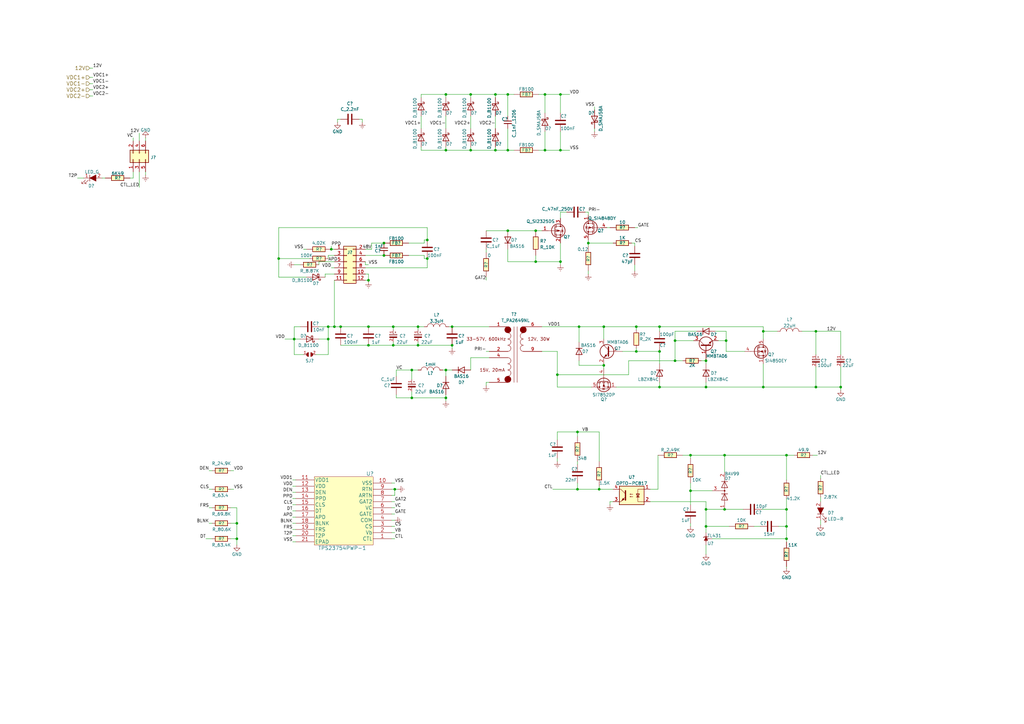
<source format=kicad_sch>
(kicad_sch (version 20211123) (generator eeschema)
  (paper "A3")
  (junction (at 229.87 61.595))
  (junction (at 229.87 107.315))
  (junction (at 236.855 177.165))
  (junction (at 322.58 220.98))
  (junction (at 229.87 38.735))
  (junction (at 260.985 144.145))
  (junction (at 193.04 38.735))
  (junction (at 260.985 133.985))
  (junction (at 322.58 186.69))
  (junction (at 97.155 220.98))
  (junction (at 297.18 208.915))
  (junction (at 193.04 61.595))
  (junction (at 157.48 99.695))
  (junction (at 334.645 135.89))
  (junction (at 120.65 139.065))
  (junction (at 247.65 149.86))
  (junction (at 203.2 38.735))
  (junction (at 161.925 200.66))
  (junction (at 270.51 133.985))
  (junction (at 270.51 144.145))
  (junction (at 182.88 61.595))
  (junction (at 137.16 133.985))
  (junction (at 322.58 208.915))
  (junction (at 157.48 104.775))
  (junction (at 245.745 200.66))
  (junction (at 151.13 141.605))
  (junction (at 161.29 133.985))
  (junction (at 297.815 139.7))
  (junction (at 289.56 215.9))
  (junction (at 241.3 99.695))
  (junction (at 168.91 151.765))
  (junction (at 219.71 107.315))
  (junction (at 182.88 151.765))
  (junction (at 182.88 163.195))
  (junction (at 276.86 147.955))
  (junction (at 134.62 139.065))
  (junction (at 168.91 163.195))
  (junction (at 289.56 147.955))
  (junction (at 289.56 158.75))
  (junction (at 223.52 38.735))
  (junction (at 182.88 38.735))
  (junction (at 322.58 215.9))
  (junction (at 185.42 133.985))
  (junction (at 208.28 94.615))
  (junction (at 151.13 133.985))
  (junction (at 161.29 141.605))
  (junction (at 313.055 135.89))
  (junction (at 276.86 139.7))
  (junction (at 344.805 158.75))
  (junction (at 134.62 133.985))
  (junction (at 185.42 141.605))
  (junction (at 114.3 106.045))
  (junction (at 236.855 200.66))
  (junction (at 283.21 201.295))
  (junction (at 334.645 158.75))
  (junction (at 171.45 141.605))
  (junction (at 283.21 186.69))
  (junction (at 175.26 98.425))
  (junction (at 228.6 153.67))
  (junction (at 223.52 61.595))
  (junction (at 270.51 158.75))
  (junction (at 151.13 114.935))
  (junction (at 97.155 214.63))
  (junction (at 313.055 158.75))
  (junction (at 219.71 94.615))
  (junction (at 247.65 133.985))
  (junction (at 171.45 133.985))
  (junction (at 175.26 106.045))
  (junction (at 139.7 133.985))
  (junction (at 237.49 133.985))
  (junction (at 208.28 38.735))
  (junction (at 135.89 102.235))
  (junction (at 289.56 208.915))
  (junction (at 203.2 61.595))
  (junction (at 297.18 186.69))
  (junction (at 208.28 61.595))
  (wire (pts (xy 149.86 102.235) (xy 152.4 102.235)))
  (wire (pts (xy 138.43 50.165) (xy 138.43 48.895)))
  (wire (pts (xy 149.86 109.855) (xy 175.26 109.855)))
  (wire (pts (xy 297.815 139.7) (xy 294.64 139.7)))
  (wire (pts (xy 245.745 177.165) (xy 236.855 177.165)))
  (wire (pts (xy 38.1 39.37) (xy 36.83 39.37)))
  (wire (pts (xy 297.18 186.69) (xy 322.58 186.69)))
  (wire (pts (xy 251.46 99.695) (xy 241.3 99.695)))
  (wire (pts (xy 185.42 141.605) (xy 185.42 142.875)))
  (wire (pts (xy 172.72 47.625) (xy 172.72 52.705)))
  (wire (pts (xy 120.65 139.065) (xy 120.65 145.415)))
  (wire (pts (xy 149.86 104.775) (xy 157.48 104.775)))
  (wire (pts (xy 228.6 180.34) (xy 228.6 177.165)))
  (wire (pts (xy 149.86 108.585) (xy 151.13 108.585)))
  (wire (pts (xy 54.61 73.025) (xy 53.34 73.025)))
  (wire (pts (xy 223.52 61.595) (xy 229.87 61.595)))
  (wire (pts (xy 245.745 189.23) (xy 245.745 177.165)))
  (wire (pts (xy 184.15 133.985) (xy 185.42 133.985)))
  (wire (pts (xy 292.1 220.98) (xy 322.58 220.98)))
  (wire (pts (xy 229.87 53.975) (xy 229.87 61.595)))
  (wire (pts (xy 208.28 52.705) (xy 208.28 61.595)))
  (wire (pts (xy 97.155 214.63) (xy 97.155 220.98)))
  (wire (pts (xy 260.35 99.695) (xy 259.08 99.695)))
  (wire (pts (xy 289.56 156.845) (xy 289.56 158.75)))
  (wire (pts (xy 229.87 89.535) (xy 229.87 86.995)))
  (wire (pts (xy 223.52 38.735) (xy 229.87 38.735)))
  (wire (pts (xy 86.995 193.04) (xy 85.725 193.04)))
  (wire (pts (xy 344.805 150.495) (xy 344.805 158.75)))
  (wire (pts (xy 172.72 38.735) (xy 182.88 38.735)))
  (wire (pts (xy 135.89 102.235) (xy 137.16 102.235)))
  (wire (pts (xy 135.89 100.965) (xy 135.89 102.235)))
  (wire (pts (xy 160.655 213.36) (xy 161.925 213.36)))
  (wire (pts (xy 152.4 99.695) (xy 152.4 102.235)))
  (wire (pts (xy 257.81 147.955) (xy 257.81 153.67)))
  (wire (pts (xy 114.3 106.045) (xy 127 106.045)))
  (wire (pts (xy 133.35 113.665) (xy 133.35 112.395)))
  (wire (pts (xy 175.26 109.855) (xy 175.26 106.045)))
  (wire (pts (xy 305.435 144.145) (xy 297.815 144.145)))
  (wire (pts (xy 57.15 70.485) (xy 57.15 76.835)))
  (wire (pts (xy 57.15 54.61) (xy 57.15 57.785)))
  (wire (pts (xy 203.2 47.625) (xy 203.2 52.705)))
  (wire (pts (xy 247.65 149.86) (xy 247.65 151.13)))
  (wire (pts (xy 38.1 31.75) (xy 36.83 31.75)))
  (wire (pts (xy 344.805 145.415) (xy 344.805 135.89)))
  (wire (pts (xy 313.055 135.89) (xy 318.77 135.89)))
  (wire (pts (xy 222.25 133.985) (xy 237.49 133.985)))
  (wire (pts (xy 149.86 107.315) (xy 149.86 108.585)))
  (wire (pts (xy 247.65 133.985) (xy 260.985 133.985)))
  (wire (pts (xy 162.56 161.925) (xy 162.56 163.195)))
  (wire (pts (xy 114.3 106.045) (xy 114.3 93.345)))
  (wire (pts (xy 229.87 61.595) (xy 233.68 61.595)))
  (wire (pts (xy 270.51 133.985) (xy 313.055 133.985)))
  (wire (pts (xy 129.54 145.415) (xy 134.62 145.415)))
  (wire (pts (xy 54.61 56.515) (xy 54.61 57.785)))
  (wire (pts (xy 171.45 140.335) (xy 171.45 141.605)))
  (wire (pts (xy 151.13 112.395) (xy 151.13 114.935)))
  (wire (pts (xy 193.04 60.325) (xy 193.04 61.595)))
  (wire (pts (xy 161.925 198.12) (xy 160.655 198.12)))
  (wire (pts (xy 252.73 158.75) (xy 270.51 158.75)))
  (wire (pts (xy 250.19 93.345) (xy 248.92 93.345)))
  (wire (pts (xy 289.56 205.74) (xy 289.56 208.915)))
  (wire (pts (xy 243.84 52.705) (xy 243.84 53.975)))
  (wire (pts (xy 182.88 151.765) (xy 185.42 151.765)))
  (wire (pts (xy 270.51 144.145) (xy 270.51 149.225)))
  (wire (pts (xy 43.18 73.025) (xy 41.91 73.025)))
  (wire (pts (xy 130.81 139.065) (xy 134.62 139.065)))
  (wire (pts (xy 121.285 196.85) (xy 120.015 196.85)))
  (wire (pts (xy 120.65 133.985) (xy 123.19 133.985)))
  (wire (pts (xy 134.62 133.985) (xy 137.16 133.985)))
  (wire (pts (xy 162.56 163.195) (xy 168.91 163.195)))
  (wire (pts (xy 161.29 141.605) (xy 151.13 141.605)))
  (wire (pts (xy 38.1 36.83) (xy 36.83 36.83)))
  (wire (pts (xy 130.81 133.985) (xy 134.62 133.985)))
  (wire (pts (xy 85.725 200.66) (xy 86.995 200.66)))
  (wire (pts (xy 289.56 218.44) (xy 289.56 215.9)))
  (wire (pts (xy 260.985 133.985) (xy 270.51 133.985)))
  (wire (pts (xy 171.45 133.985) (xy 173.99 133.985)))
  (wire (pts (xy 161.925 218.44) (xy 160.655 218.44)))
  (wire (pts (xy 219.71 94.615) (xy 222.25 94.615)))
  (wire (pts (xy 336.55 194.945) (xy 336.55 196.215)))
  (wire (pts (xy 270.51 135.89) (xy 270.51 133.985)))
  (wire (pts (xy 151.13 114.935) (xy 151.13 115.57)))
  (wire (pts (xy 336.55 213.36) (xy 336.55 215.265)))
  (wire (pts (xy 283.21 198.12) (xy 283.21 201.295)))
  (wire (pts (xy 210.82 38.735) (xy 208.28 38.735)))
  (wire (pts (xy 134.62 106.045) (xy 134.62 104.775)))
  (wire (pts (xy 160.655 200.66) (xy 161.925 200.66)))
  (wire (pts (xy 123.19 139.065) (xy 120.65 139.065)))
  (wire (pts (xy 287.655 147.955) (xy 289.56 147.955)))
  (wire (pts (xy 161.925 205.74) (xy 160.655 205.74)))
  (wire (pts (xy 172.72 61.595) (xy 182.88 61.595)))
  (wire (pts (xy 168.91 151.765) (xy 168.91 155.575)))
  (wire (pts (xy 54.61 70.485) (xy 54.61 73.025)))
  (wire (pts (xy 199.39 156.845) (xy 200.66 156.845)))
  (wire (pts (xy 59.69 70.485) (xy 59.69 71.755)))
  (wire (pts (xy 199.39 113.665) (xy 199.39 114.935)))
  (wire (pts (xy 241.3 86.995) (xy 241.3 88.265)))
  (wire (pts (xy 210.82 61.595) (xy 208.28 61.595)))
  (wire (pts (xy 255.27 144.145) (xy 260.985 144.145)))
  (wire (pts (xy 124.46 102.235) (xy 125.73 102.235)))
  (wire (pts (xy 147.32 48.895) (xy 148.59 48.895)))
  (wire (pts (xy 162.56 154.305) (xy 162.56 151.765)))
  (wire (pts (xy 161.925 203.2) (xy 161.925 200.66)))
  (wire (pts (xy 121.285 222.25) (xy 120.015 222.25)))
  (wire (pts (xy 344.805 135.89) (xy 334.645 135.89)))
  (wire (pts (xy 161.29 133.985) (xy 151.13 133.985)))
  (wire (pts (xy 121.285 201.93) (xy 120.015 201.93)))
  (wire (pts (xy 229.87 38.735) (xy 229.87 46.355)))
  (wire (pts (xy 173.99 106.045) (xy 175.26 106.045)))
  (wire (pts (xy 173.99 99.695) (xy 173.99 98.425)))
  (wire (pts (xy 220.98 61.595) (xy 223.52 61.595)))
  (wire (pts (xy 260.35 100.965) (xy 260.35 99.695)))
  (wire (pts (xy 199.39 102.235) (xy 199.39 103.505)))
  (wire (pts (xy 297.815 135.89) (xy 297.815 139.7)))
  (wire (pts (xy 219.71 107.315) (xy 219.71 104.775)))
  (wire (pts (xy 94.615 214.63) (xy 97.155 214.63)))
  (wire (pts (xy 133.35 112.395) (xy 137.16 112.395)))
  (wire (pts (xy 297.18 186.69) (xy 283.21 186.69)))
  (wire (pts (xy 236.855 198.12) (xy 236.855 200.66)))
  (wire (pts (xy 173.99 98.425) (xy 175.26 98.425)))
  (wire (pts (xy 137.16 114.935) (xy 137.16 133.985)))
  (wire (pts (xy 120.015 199.39) (xy 121.285 199.39)))
  (wire (pts (xy 260.985 144.145) (xy 260.985 142.875)))
  (wire (pts (xy 120.015 204.47) (xy 121.285 204.47)))
  (wire (pts (xy 38.1 27.94) (xy 36.83 27.94)))
  (wire (pts (xy 334.645 158.75) (xy 344.805 158.75)))
  (wire (pts (xy 236.855 200.66) (xy 245.745 200.66)))
  (wire (pts (xy 120.015 209.55) (xy 121.285 209.55)))
  (wire (pts (xy 114.3 113.665) (xy 114.3 106.045)))
  (wire (pts (xy 313.055 133.985) (xy 313.055 135.89)))
  (wire (pts (xy 134.62 139.065) (xy 134.62 145.415)))
  (wire (pts (xy 228.6 153.67) (xy 257.81 153.67)))
  (wire (pts (xy 261.62 93.345) (xy 260.35 93.345)))
  (wire (pts (xy 116.84 139.065) (xy 120.65 139.065)))
  (wire (pts (xy 241.3 111.125) (xy 241.3 112.395)))
  (wire (pts (xy 161.925 210.82) (xy 160.655 210.82)))
  (wire (pts (xy 228.6 153.67) (xy 228.6 158.75)))
  (wire (pts (xy 97.155 220.98) (xy 97.155 223.52)))
  (wire (pts (xy 222.25 144.145) (xy 228.6 144.145)))
  (wire (pts (xy 114.3 93.345) (xy 175.26 93.345)))
  (wire (pts (xy 260.985 135.255) (xy 260.985 133.985)))
  (wire (pts (xy 285.75 135.89) (xy 276.86 135.89)))
  (wire (pts (xy 193.04 38.735) (xy 182.88 38.735)))
  (wire (pts (xy 322.58 204.47) (xy 322.58 208.915)))
  (wire (pts (xy 247.65 149.225) (xy 247.65 149.86)))
  (wire (pts (xy 297.815 144.145) (xy 297.815 139.7)))
  (wire (pts (xy 171.45 141.605) (xy 161.29 141.605)))
  (wire (pts (xy 229.87 107.315) (xy 229.87 108.585)))
  (wire (pts (xy 297.18 208.915) (xy 304.8 208.915)))
  (wire (pts (xy 160.655 203.2) (xy 161.925 203.2)))
  (wire (pts (xy 309.245 215.9) (xy 311.785 215.9)))
  (wire (pts (xy 208.28 61.595) (xy 203.2 61.595)))
  (wire (pts (xy 313.055 158.75) (xy 334.645 158.75)))
  (wire (pts (xy 260.985 144.145) (xy 270.51 144.145)))
  (wire (pts (xy 208.28 94.615) (xy 219.71 94.615)))
  (wire (pts (xy 38.1 34.29) (xy 36.83 34.29)))
  (wire (pts (xy 121.285 217.17) (xy 120.015 217.17)))
  (wire (pts (xy 137.16 133.985) (xy 139.7 133.985)))
  (wire (pts (xy 228.6 158.75) (xy 242.57 158.75)))
  (wire (pts (xy 297.18 193.675) (xy 297.18 186.69)))
  (wire (pts (xy 241.3 98.425) (xy 241.3 99.695)))
  (wire (pts (xy 130.81 108.585) (xy 130.81 107.315)))
  (wire (pts (xy 280.035 147.955) (xy 276.86 147.955)))
  (wire (pts (xy 243.84 43.815) (xy 243.84 45.085)))
  (wire (pts (xy 203.2 60.325) (xy 203.2 61.595)))
  (wire (pts (xy 289.56 208.915) (xy 297.18 208.915)))
  (wire (pts (xy 322.58 215.9) (xy 322.58 220.98)))
  (wire (pts (xy 130.81 107.315) (xy 137.16 107.315)))
  (wire (pts (xy 173.99 104.775) (xy 173.99 106.045)))
  (wire (pts (xy 229.87 99.695) (xy 229.87 107.315)))
  (wire (pts (xy 245.745 199.39) (xy 245.745 200.66)))
  (wire (pts (xy 289.56 215.9) (xy 289.56 208.915)))
  (wire (pts (xy 168.91 163.195) (xy 182.88 163.195)))
  (wire (pts (xy 167.64 99.695) (xy 173.99 99.695)))
  (wire (pts (xy 322.58 220.98) (xy 322.58 222.25)))
  (wire (pts (xy 193.04 151.765) (xy 193.04 146.685)))
  (wire (pts (xy 182.88 161.925) (xy 182.88 163.195)))
  (wire (pts (xy 139.7 133.985) (xy 151.13 133.985)))
  (wire (pts (xy 260.35 108.585) (xy 260.35 111.125)))
  (wire (pts (xy 333.375 186.69) (xy 335.28 186.69)))
  (wire (pts (xy 241.3 99.695) (xy 241.3 100.965)))
  (wire (pts (xy 313.055 158.75) (xy 289.56 158.75)))
  (wire (pts (xy 182.88 61.595) (xy 182.88 60.325)))
  (wire (pts (xy 229.87 86.995) (xy 232.41 86.995)))
  (wire (pts (xy 182.88 38.735) (xy 182.88 40.005)))
  (wire (pts (xy 276.86 147.955) (xy 257.81 147.955)))
  (wire (pts (xy 171.45 135.255) (xy 171.45 133.985)))
  (wire (pts (xy 344.805 158.75) (xy 344.805 160.02)))
  (wire (pts (xy 283.21 201.295) (xy 283.21 207.01)))
  (wire (pts (xy 208.28 107.315) (xy 219.71 107.315)))
  (wire (pts (xy 193.04 47.625) (xy 193.04 52.705)))
  (wire (pts (xy 120.65 139.065) (xy 120.65 133.985)))
  (wire (pts (xy 152.4 99.695) (xy 157.48 99.695)))
  (wire (pts (xy 293.37 135.89) (xy 297.815 135.89)))
  (wire (pts (xy 228.6 144.145) (xy 228.6 153.67)))
  (wire (pts (xy 181.61 151.765) (xy 182.88 151.765)))
  (wire (pts (xy 283.21 201.295) (xy 292.1 201.295)))
  (wire (pts (xy 247.65 133.985) (xy 247.65 139.065)))
  (wire (pts (xy 237.49 149.86) (xy 247.65 149.86)))
  (wire (pts (xy 334.645 150.495) (xy 334.645 158.75)))
  (wire (pts (xy 120.65 108.585) (xy 123.19 108.585)))
  (wire (pts (xy 203.2 40.005) (xy 203.2 38.735)))
  (wire (pts (xy 135.89 109.855) (xy 137.16 109.855)))
  (wire (pts (xy 94.615 208.28) (xy 97.155 208.28)))
  (wire (pts (xy 220.98 38.735) (xy 223.52 38.735)))
  (wire (pts (xy 236.855 177.165) (xy 236.855 179.07)))
  (wire (pts (xy 322.58 186.69) (xy 322.58 196.85)))
  (wire (pts (xy 59.69 56.515) (xy 59.69 57.785)))
  (wire (pts (xy 148.59 48.895) (xy 148.59 50.165)))
  (wire (pts (xy 313.055 135.89) (xy 313.055 139.065)))
  (wire (pts (xy 172.72 40.005) (xy 172.72 38.735)))
  (wire (pts (xy 121.285 207.01) (xy 120.015 207.01)))
  (wire (pts (xy 289.56 147.955) (xy 289.56 149.225)))
  (wire (pts (xy 167.64 104.775) (xy 173.99 104.775)))
  (wire (pts (xy 283.21 214.63) (xy 283.21 215.9)))
  (wire (pts (xy 193.04 61.595) (xy 182.88 61.595)))
  (wire (pts (xy 138.43 48.895) (xy 139.7 48.895)))
  (wire (pts (xy 245.745 200.66) (xy 251.46 200.66)))
  (wire (pts (xy 97.155 208.28) (xy 97.155 214.63)))
  (wire (pts (xy 228.6 177.165) (xy 236.855 177.165)))
  (wire (pts (xy 84.455 220.98) (xy 86.995 220.98)))
  (wire (pts (xy 284.48 139.7) (xy 276.86 139.7)))
  (wire (pts (xy 289.56 158.75) (xy 270.51 158.75)))
  (wire (pts (xy 219.71 107.315) (xy 229.87 107.315)))
  (wire (pts (xy 226.695 200.66) (xy 236.855 200.66)))
  (wire (pts (xy 94.615 200.66) (xy 95.885 200.66)))
  (wire (pts (xy 85.725 214.63) (xy 86.995 214.63)))
  (wire (pts (xy 199.39 158.115) (xy 199.39 156.845)))
  (wire (pts (xy 171.45 133.985) (xy 161.29 133.985)))
  (wire (pts (xy 283.21 187.96) (xy 283.21 186.69)))
  (wire (pts (xy 121.285 212.09) (xy 120.015 212.09)))
  (wire (pts (xy 139.7 141.605) (xy 151.13 141.605)))
  (wire (pts (xy 289.56 147.32) (xy 289.56 147.955)))
  (wire (pts (xy 228.6 187.96) (xy 228.6 189.23)))
  (wire (pts (xy 237.49 147.955) (xy 237.49 149.86)))
  (wire (pts (xy 334.645 145.415) (xy 334.645 135.89)))
  (wire (pts (xy 162.56 151.765) (xy 168.91 151.765)))
  (wire (pts (xy 229.87 38.735) (xy 233.68 38.735)))
  (wire (pts (xy 171.45 141.605) (xy 185.42 141.605)))
  (wire (pts (xy 223.52 38.735) (xy 223.52 46.355)))
  (wire (pts (xy 269.875 200.66) (xy 269.875 186.69)))
  (wire (pts (xy 161.925 220.98) (xy 160.655 220.98)))
  (wire (pts (xy 161.925 200.66) (xy 163.195 200.66)))
  (wire (pts (xy 168.91 160.655) (xy 168.91 163.195)))
  (wire (pts (xy 134.62 133.985) (xy 134.62 139.065)))
  (wire (pts (xy 175.26 93.345) (xy 175.26 98.425)))
  (wire (pts (xy 168.91 151.765) (xy 171.45 151.765)))
  (wire (pts (xy 34.29 73.025) (xy 31.75 73.025)))
  (wire (pts (xy 193.04 146.685) (xy 200.66 146.685)))
  (wire (pts (xy 95.885 193.04) (xy 94.615 193.04)))
  (wire (pts (xy 161.925 215.9) (xy 160.655 215.9)))
  (wire (pts (xy 94.615 220.98) (xy 97.155 220.98)))
  (wire (pts (xy 312.42 208.915) (xy 322.58 208.915)))
  (wire (pts (xy 313.055 149.225) (xy 313.055 158.75)))
  (wire (pts (xy 336.55 203.835) (xy 336.55 205.74)))
  (wire (pts (xy 161.29 133.985) (xy 161.29 135.255)))
  (wire (pts (xy 322.58 215.9) (xy 319.405 215.9)))
  (wire (pts (xy 240.03 86.995) (xy 241.3 86.995)))
  (wire (pts (xy 270.51 143.51) (xy 270.51 144.145)))
  (wire (pts (xy 172.72 60.325) (xy 172.72 61.595)))
  (wire (pts (xy 208.28 38.735) (xy 203.2 38.735)))
  (wire (pts (xy 322.58 186.69) (xy 325.755 186.69)))
  (wire (pts (xy 120.015 214.63) (xy 121.285 214.63)))
  (wire (pts (xy 289.56 215.9) (xy 299.085 215.9)))
  (wire (pts (xy 86.995 208.28) (xy 85.725 208.28)))
  (wire (pts (xy 208.28 38.735) (xy 208.28 47.625)))
  (wire (pts (xy 283.21 186.69) (xy 280.035 186.69)))
  (wire (pts (xy 114.3 113.665) (xy 125.73 113.665)))
  (wire (pts (xy 134.62 104.775) (xy 137.16 104.775)))
  (wire (pts (xy 250.19 207.01) (xy 250.19 205.74)))
  (wire (pts (xy 199.39 94.615) (xy 208.28 94.615)))
  (wire (pts (xy 289.56 223.52) (xy 289.56 227.33)))
  (wire (pts (xy 322.58 232.41) (xy 322.58 233.045)))
  (wire (pts (xy 182.88 47.625) (xy 182.88 52.705)))
  (wire (pts (xy 276.86 135.89) (xy 276.86 139.7)))
  (wire (pts (xy 149.86 114.935) (xy 151.13 114.935)))
  (wire (pts (xy 120.015 219.71) (xy 121.285 219.71)))
  (wire (pts (xy 203.2 61.595) (xy 193.04 61.595)))
  (wire (pts (xy 149.86 112.395) (xy 151.13 112.395)))
  (wire (pts (xy 322.58 208.915) (xy 322.58 215.9)))
  (wire (pts (xy 182.88 154.305) (xy 182.88 151.765)))
  (wire (pts (xy 160.655 208.28) (xy 161.925 208.28)))
  (wire (pts (xy 203.2 38.735) (xy 193.04 38.735)))
  (wire (pts (xy 208.28 102.235) (xy 208.28 107.315)))
  (wire (pts (xy 266.7 205.74) (xy 289.56 205.74)))
  (wire (pts (xy 270.51 158.75) (xy 270.51 156.845)))
  (wire (pts (xy 237.49 133.985) (xy 237.49 140.335)))
  (wire (pts (xy 328.93 135.89) (xy 334.645 135.89)))
  (wire (pts (xy 185.42 133.985) (xy 200.66 133.985)))
  (wire (pts (xy 193.04 40.005) (xy 193.04 38.735)))
  (wire (pts (xy 120.65 145.415) (xy 124.46 145.415)))
  (wire (pts (xy 266.7 200.66) (xy 269.875 200.66)))
  (wire (pts (xy 276.86 139.7) (xy 276.86 147.955)))
  (wire (pts (xy 223.52 53.975) (xy 223.52 61.595)))
  (wire (pts (xy 250.19 205.74) (xy 251.46 205.74)))
  (wire (pts (xy 237.49 133.985) (xy 247.65 133.985)))
  (wire (pts (xy 236.855 189.23) (xy 236.855 190.5)))
  (wire (pts (xy 161.29 140.335) (xy 161.29 141.605)))
  (wire (pts (xy 182.88 163.195) (xy 182.88 164.465)))
  (wire (pts (xy 199.39 144.145) (xy 200.66 144.145)))
  (label "CTL_LED" (at 336.55 194.945 0))
  (label "GAT2" (at 161.925 205.74 0))
  (label "VDC1-" (at 182.88 51.435 180))
  (label "VDC1-" (at 38.1 34.29 0))
  (label "BLNK" (at 85.725 214.63 180))
  (label "FRS" (at 120.015 217.17 180))
  (label "VSS" (at 95.885 200.66 0))
  (label "CTL" (at 226.695 200.66 180))
  (label "VDD" (at 120.015 199.39 180))
  (label "DT" (at 120.015 209.55 180))
  (label "VDD" (at 95.885 193.04 0))
  (label "48V" (at 152.4 102.235 180))
  (label "VSS" (at 161.925 198.12 0))
  (label "GATE" (at 161.925 210.82 0))
  (label "T2P" (at 31.75 73.025 180))
  (label "VSS" (at 124.46 102.235 180))
  (label "VDC2+" (at 193.04 51.435 180))
  (label "GATE" (at 261.62 93.345 0))
  (label "VB" (at 161.925 218.44 0))
  (label "VSS" (at 243.84 43.815 180))
  (label "BLNK" (at 120.015 214.63 180))
  (label "VDD1" (at 120.015 196.85 180))
  (label "VSS" (at 120.015 222.25 180))
  (label "DEN" (at 120.015 201.93 180))
  (label "CS" (at 161.925 215.9 0))
  (label "12V" (at 339.09 135.89 0))
  (label "VC" (at 161.925 208.28 0))
  (label "VDC2-" (at 38.1 39.37 0))
  (label "VDD" (at 233.68 38.735 0))
  (label "VDC1+" (at 38.1 31.75 0))
  (label "CS" (at 260.35 99.695 0))
  (label "VDC2+" (at 38.1 36.83 0))
  (label "12V" (at 335.28 186.69 0))
  (label "PRI-" (at 199.39 144.145 180))
  (label "VC" (at 165.1 151.765 180))
  (label "VSS" (at 233.68 61.595 0))
  (label "CTL_LED" (at 57.15 76.835 180))
  (label "APD" (at 134.62 107.315 0))
  (label "CLS" (at 85.725 200.66 180))
  (label "FRS" (at 85.725 208.28 180))
  (label "APD" (at 120.015 212.09 180))
  (label "CTL" (at 161.925 220.98 0))
  (label "VDC2-" (at 203.2 51.435 180))
  (label "VDD" (at 116.84 139.065 180))
  (label "T2P" (at 120.015 219.71 180))
  (label "12V" (at 38.1 27.94 0))
  (label "VDC1+" (at 172.72 51.435 180))
  (label "DEN" (at 85.725 193.04 180))
  (label "PRI-" (at 241.3 86.995 0))
  (label "GAT2" (at 199.39 114.935 180))
  (label "CLS" (at 120.015 207.01 180))
  (label "12V" (at 57.15 54.61 180))
  (label "VB" (at 241.3 177.165 180))
  (label "VDD" (at 135.89 109.855 180))
  (label "PPD" (at 120.015 204.47 180))
  (label "VSS" (at 151.13 108.585 0))
  (label "VDD1" (at 224.79 133.985 0))
  (label "PPD" (at 135.89 100.965 0))
  (label "DT" (at 84.455 220.98 180))
  (label "VC" (at 54.61 56.515 180))
  (hierarchical_label "VDC1+" (shape input) (at 36.83 31.75 180) (effects (font (size 1.524 1.524))))
  (hierarchical_label "VDC1-" (shape input) (at 36.83 34.29 180) (effects (font (size 1.524 1.524))))
  (hierarchical_label "VDC2-" (shape input) (at 36.83 39.37 180) (effects (font (size 1.524 1.524))))
  (hierarchical_label "VDC2+" (shape input) (at 36.83 36.83 180) (effects (font (size 1.524 1.524))))
  (hierarchical_label "12V" (shape input) (at 36.83 27.94 180) (effects (font (size 1.524 1.524))))
  (symbol (lib_id "Open Automation:C_22uF_100V") (at 168.91 158.115 0) (unit 1)
    (property "Reference" "C?" (at 171.45 158.115 0) (effects (justify left)))
    (property "Value" "22uF" (at 170.18 160.655 0) (effects (justify left)))
    (property "Footprint" "Capacitor_SMD:C_Elec_8x10.2" (effects hide))
    (property "Datasheet" "https://datasheet.lcsc.com/lcsc/2010160933_ROQANG-RVT2A220M0810_C90264.pdf" (effects hide))
    (property "Part Number" "RVT2A220M0810" (effects hide))
    (property "LCSC" "C90264" (effects hide))
  )
  (symbol (lib_id "Open Automation:BAS16") (at 237.49 144.145 270) (unit 1)
    (property "Reference" "D?" (at 240.03 144.145 90))
    (property "Value" "BAS16" (at 241.3 141.605 90))
    (property "Footprint" "Package_TO_SOT_SMD:SOT-23" (effects hide))
    (property "Datasheet" "https://datasheet.lcsc.com/lcsc/1810292111_LRC-LBAS16LT1G_C78887.pdf" (effects hide))
    (property "Part Number" "LBAS16LT1G" (effects hide))
    (property "LCSC" "C78887" (effects hide))
  )
  (symbol (lib_id "Open Automation:T_PA2649NL") (at 210.82 145.415 0) (unit 1)
    (property "Reference" "T?" (at 210.82 128.905 0))
    (property "Value" "T_PA2649NL" (at 211.455 131.445 0))
    (property "Footprint" "Open_Automation:T_PA2649NL" (effects hide))
    (property "Datasheet" "https://productfinder.pulseeng.com/products/datasheets/P675.pdf" (effects hide))
    (property "Part Number" "PA2649NL" (effects hide))
  )
  (symbol (lib_id "Open Automation:R_41.2K") (at 322.58 200.66 0) (unit 1)
    (property "Reference" "R?" (at 322.58 201.93 90) (effects (justify left)))
    (property "Value" "41.2K" (at 322.58 204.47 0) (effects (justify left)))
    (property "Footprint" "Resistor_SMD:R_0402_1005Metric_Pad0.72x0.64mm_HandSolder" (effects hide))
    (property "Datasheet" "https://datasheet.lcsc.com/szlcsc/Uniroyal-Elec-0402WGF4122TCE_C26978.pdf" (effects hide))
    (property "Part Number" "0402WGF4122TCE" (effects hide))
    (property "LCSC" "C26978" (effects hide))
  )
  (symbol (lib_id "Open Automation:R_11K") (at 322.58 227.33 90) (unit 1)
    (property "Reference" "R?" (at 322.58 226.06 0) (effects (justify right)))
    (property "Value" "11K" (at 323.215 223.52 90) (effects (justify right)))
    (property "Footprint" "Resistor_SMD:R_0603_1608Metric" (effects hide))
    (property "Datasheet" "https://datasheet.lcsc.com/lcsc/2110260130_UNI-ROYAL-Uniroyal-Elec-0603WAF1102T5E_C25950.pdf" (effects hide))
    (property "Part Number" "0603WAF1102T5E" (effects hide))
    (property "LCSC" "C25950" (effects hide))
  )
  (symbol (lib_id "Open Automation:R_2.87K") (at 337.185 200.66 90) (unit 1)
    (property "Reference" "R?" (at 336.55 198.755 0) (effects (justify right)))
    (property "Value" "2.87K" (at 337.82 203.835 90) (effects (justify right)))
    (property "Footprint" "Resistor_SMD:R_0402_1005Metric" (effects hide))
    (property "Datasheet" "https://datasheet.lcsc.com/lcsc/2110260430_UNI-ROYAL-Uniroyal-Elec-0402WGF2871TCE_C113479.pdf" (effects hide))
    (property "Part Number" "0402WGF2871TCE" (effects hide))
    (property "LCSC" "C113479" (effects hide))
  )
  (symbol (lib_id "Open Automation:D_B1100") (at 172.72 56.515 270) (unit 1)
    (property "Reference" "D?" (at 172.72 59.055 90) (effects (justify left)))
    (property "Value" "D_B1100" (at 170.18 52.705 0) (effects (justify left)))
    (property "Footprint" "Diode_SMD:D_SMA" (effects hide))
    (property "Datasheet" "https://datasheet.lcsc.com/lcsc/1809191914_Diodes-Incorporated-B1100-13-F_C110106.pdf" (effects hide))
    (property "Part Number" "B1100-13-F" (effects hide))
    (property "LCSC" "C110106" (effects hide))
  )
  (symbol (lib_id "Open Automation:Q_SI7852DP") (at 247.65 156.21 90) (mirror x) (unit 1)
    (property "Reference" "Q?" (at 247.65 163.83 90))
    (property "Value" "SI7852DP" (at 247.65 161.925 90))
    (property "Footprint" "Package_SO:PowerPAK_SO-8_Single" (effects hide))
    (property "Datasheet" "https://datasheet.lcsc.com/lcsc/1804140024_Vishay-Intertech-SI7852DP-T1-E3_C141509.pdf" (effects hide))
    (property "Part Number" "SI7852DP-T1-E3" (effects hide))
    (property "LCSC" "C141509" (effects hide))
  )
  (symbol (lib_id "Open Automation:C_22nF") (at 236.855 194.31 0) (unit 1)
    (property "Reference" "C?" (at 234.315 192.405 0) (effects (justify left)))
    (property "Value" "22nF" (at 231.775 196.85 0) (effects (justify left)))
    (property "Footprint" "Capacitor_SMD:C_0402_1005Metric" (effects hide))
    (property "Datasheet" "https://datasheet.lcsc.com/lcsc/1811101610_Samsung-Electro-Mechanics-CL10B223KB8NNNC_C21122.pdf" (effects hide))
    (property "LCSC" "C21122" (effects hide))
    (property "Part Number" "CL10B223KB8NNNC" (effects hide))
  )
  (symbol (lib_id "Open Automation:C_100nF_1206") (at 175.26 102.235 0) (unit 1)
    (property "Reference" "C?" (at 177.8 102.235 0) (effects (justify left)))
    (property "Value" "100nF" (at 175.26 104.775 0) (effects (justify left)))
    (property "Footprint" "Capacitor_SMD:C_1206_3216Metric_Pad1.33x1.80mm_HandSolder" (effects hide))
    (property "Datasheet" "https://datasheet.lcsc.com/szlcsc/Samsung-Electro-Mechanics-CL31B104KCFNNNE_C1945.pdf" (effects hide))
    (property "LCSC" "C1945" (effects hide))
    (property "Part Number" "CL31B104KCFNNNE" (effects hide))
  )
  (symbol (lib_id "Open Automation:C_1nF_1206") (at 208.28 50.165 0) (unit 1)
    (property "Reference" "C?" (at 205.74 48.895 0) (effects (justify left)))
    (property "Value" "C_1nF_1206" (at 210.82 56.515 90) (effects (justify left)))
    (property "Footprint" "Capacitor_SMD:C_1206_3216Metric_Pad1.33x1.80mm_HandSolder" (effects hide))
    (property "Datasheet" "https://datasheet.lcsc.com/szlcsc/YAGEO-CC1206KKX7RDBB102_C23631.pdf" (effects hide))
    (property "Part Number" "CC1206KKX7RDBB102" (effects hide))
    (property "LCSC" "C23631" (effects hide))
  )
  (symbol (lib_id "Open Automation:Q_MMBTA06") (at 248.92 144.145 0) (mirror y) (unit 1)
    (property "Reference" "Q?" (at 254.635 142.875 0) (effects (justify left)))
    (property "Value" "MMBTA06" (at 257.81 140.335 0) (effects (justify left)))
    (property "Footprint" "Package_TO_SOT_SMD:SOT-23" (effects hide))
    (property "Datasheet" "https://datasheet.lcsc.com/lcsc/1810301518_onsemi-MMBTA06LT1G_C77760.pdf" (effects hide))
    (property "Part Number" "MMBTA06LT1G" (effects hide))
    (property "LCSC" "C77760" (effects hide))
  )
  (symbol (lib_id "Open Automation:Q_MMBTA06") (at 289.56 140.97 90) (unit 1)
    (property "Reference" "Q?" (at 294.005 144.145 90) (effects (justify left)))
    (property "Value" "MMBTA06" (at 298.45 146.05 90) (effects (justify left)))
    (property "Footprint" "Package_TO_SOT_SMD:SOT-23" (effects hide))
    (property "Datasheet" "https://datasheet.lcsc.com/lcsc/1810301518_onsemi-MMBTA06LT1G_C77760.pdf" (effects hide))
    (property "Part Number" "MMBTA06LT1G" (effects hide))
    (property "LCSC" "C77760" (effects hide))
  )
  (symbol (lib_id "power:Earth") (at 199.39 158.115 0) (unit 1)
    (property "Reference" "#PWR?" (effects hide))
    (property "Value" "Earth" (effects hide))
  )
  (symbol (lib_id "Open Automation:D_B1100") (at 182.88 43.815 270) (unit 1)
    (property "Reference" "D?" (at 182.88 46.355 90) (effects (justify left)))
    (property "Value" "D_B1100" (at 180.34 40.005 0) (effects (justify left)))
    (property "Footprint" "Diode_SMD:D_SMA" (effects hide))
    (property "Datasheet" "https://datasheet.lcsc.com/lcsc/1809191914_Diodes-Incorporated-B1100-13-F_C110106.pdf" (effects hide))
    (property "Part Number" "B1100-13-F" (effects hide))
    (property "LCSC" "C110106" (effects hide))
  )
  (symbol (lib_id "Open Automation:C_100pF") (at 270.51 139.7 0) (unit 1)
    (property "Reference" "C?" (at 270.51 141.605 0) (effects (justify left)))
    (property "Value" "100pF" (at 270.51 137.16 0) (effects (justify left)))
    (property "Footprint" "Capacitor_SMD:C_0402_1005Metric_Pad0.74x0.62mm_HandSolder" (effects hide))
    (property "Datasheet" "https://datasheet.lcsc.com/szlcsc/Guangdong-Fenghua-Advanced-Tech-0402CG101J500NT_C1546.pdf" (effects hide))
    (property "Part Number" "0402CG101J500NT" (effects hide))
    (property "LCSC" "C1546" (effects hide))
  )
  (symbol (lib_id "Open Automation:L_1mH") (at 176.53 151.765 0) (unit 1)
    (property "Reference" "L?" (at 176.53 153.035 0))
    (property "Value" "1mH" (at 176.53 149.4591 0))
    (property "Footprint" "Inductor_SMD:L_Taiyo-Yuden_NR-80xx_HandSoldering" (effects hide))
    (property "Datasheet" "https://datasheet.lcsc.com/lcsc/2006231717_YJYCOIN-YNR8040-102M_C341088.pdf" (effects hide))
    (property "Part Number" "YNR8040-102M" (effects hide))
    (property "LCSC" "C341088" (effects hide))
  )
  (symbol (lib_id "Open Automation:R_2K") (at 283.21 147.32 180) (unit 1)
    (property "Reference" "R?" (at 282.575 147.955 0) (effects (justify right)))
    (property "Value" "2K" (at 282.575 149.86 0) (effects (justify right)))
    (property "Footprint" "Resistor_SMD:R_1206_3216Metric" (effects hide))
    (property "Datasheet" "https://datasheet.lcsc.com/lcsc/2110251930_UNI-ROYAL-Uniroyal-Elec-1206W4F2001T5E_C17944.pdf" (effects hide))
    (property "Part Number" "1206W4F2001T5E" (effects hide))
    (property "LCSC" "C17944" (effects hide))
  )
  (symbol (lib_id "Open Automation:R_1K_0402") (at 255.27 99.695 270) (mirror x) (unit 1)
    (property "Reference" "R?" (at 255.27 99.695 90))
    (property "Value" "1K" (at 255.27 97.5161 90))
    (property "Footprint" "Resistor_SMD:R_0402_1005Metric_Pad0.72x0.64mm_HandSolder" (effects hide))
    (property "Datasheet" "https://www.digikey.com/product-detail/en/panasonic-electronic-components/ERJ-3GEYJ102V/P1.0KGDKR-ND/577615" (effects hide))
    (property "Part Number" "0402WGF1001TCE" (effects hide))
    (property "LCSC" "C11702" (effects hide))
  )
  (symbol (lib_id "Open Automation:R_6K49_0402") (at 48.26 73.025 270) (unit 1)
    (property "Reference" "R?" (at 46.99 73.025 90) (effects (justify left)))
    (property "Value" "6K49" (at 45.72 71.12 90) (effects (justify left)))
    (property "Footprint" "Resistor_SMD:R_0402_1005Metric_Pad0.72x0.64mm_HandSolder" (effects hide))
    (property "Datasheet" "https://datasheet.lcsc.com/lcsc/2110260130_UNI-ROYAL-Uniroyal-Elec-0402WGF6491TCE_C25916.pdf" (effects hide))
    (property "Part Number" "0402WGF1002TCE" (effects hide))
    (property "LCSC" "C25916" (effects hide))
  )
  (symbol (lib_id "Open Automation:R_348") (at 236.855 184.15 90) (unit 1)
    (property "Reference" "R?" (at 236.855 182.88 0) (effects (justify right)))
    (property "Value" "348" (at 236.855 187.96 90) (effects (justify right)))
    (property "Footprint" "Resistor_SMD:R_0402_1005Metric" (effects hide))
    (property "Datasheet" "https://datasheet.lcsc.com/lcsc/2110260030_UNI-ROYAL-Uniroyal-Elec-0402WGF1501TCE_C25867.pdf" (effects hide))
    (property "Part Number" "0402WGF1501TCE" (effects hide))
    (property "LCSC" "C25867" (effects hide))
  )
  (symbol (lib_id "power:Earth") (at 120.65 108.585 270) (unit 1)
    (property "Reference" "#PWR?" (effects hide))
    (property "Value" "Earth" (effects hide))
  )
  (symbol (lib_id "Open Automation:R_10K_0402") (at 304.165 215.9 90) (unit 1)
    (property "Reference" "R?" (at 305.435 215.9 90) (effects (justify left)))
    (property "Value" "10K" (at 306.07 213.36 90) (effects (justify left)))
    (property "Footprint" "Resistor_SMD:R_0402_1005Metric_Pad0.72x0.64mm_HandSolder" (effects hide))
    (property "Datasheet" "https://datasheet.lcsc.com/szlcsc/Uniroyal-Elec-0402WGF1002TCE_C25744.pdf" (effects hide))
    (property "Part Number" "0402WGF1002TCE" (effects hide))
    (property "LCSC" "C25744" (effects hide))
  )
  (symbol (lib_id "Open Automation:R_100K_0402") (at 130.81 106.045 270) (unit 1)
    (property "Reference" "R?" (at 130.81 106.045 90))
    (property "Value" "100K" (at 125.73 104.775 90))
    (property "Footprint" "Resistor_SMD:R_0402_1005Metric_Pad0.72x0.64mm_HandSolder" (effects hide))
    (property "Datasheet" "https://datasheet.lcsc.com/lcsc/1810111814_UNI-ROYAL-Uniroyal-Elec-0402WGF1003TCE_C25741.pdf" (effects hide))
    (property "Part Number" "0402WGF1003TCE" (effects hide))
    (property "LCSC" "C25741" (effects hide))
  )
  (symbol (lib_id "power:GND") (at 344.805 160.02 0) (unit 1)
    (property "Reference" "#PWR?" (effects hide))
    (property "Value" "GND" (at 344.805 163.83 0))
  )
  (symbol (lib_id "Open_Automation:R_80.6K") (at 90.805 214.63 270) (unit 1)
    (property "Reference" "R?" (at 89.535 214.63 90) (effects (justify left)))
    (property "Value" "R_80.6K" (at 86.995 217.17 90) (effects (justify left)))
    (property "Footprint" "Resistor_SMD:R_0402_1005Metric_Pad0.72x0.64mm_HandSolder" (effects hide))
    (property "Datasheet" "https://datasheet.lcsc.com/szlcsc/Uniroyal-Elec-0402WGF8062TCE_C25921.pdf" (effects hide))
    (property "Part Number" "0402WGF8062TCE" (effects hide))
    (property "LCSC" "C25921" (effects hide))
  )
  (symbol (lib_id "Open Automation:FB100") (at 162.56 104.775 90) (unit 1)
    (property "Reference" "FB?" (at 162.56 104.775 90))
    (property "Value" "FB100" (at 162.56 107.315 90))
    (property "Footprint" "Resistor_SMD:R_1206_3216Metric" (effects hide))
    (property "Datasheet" "https://datasheet.lcsc.com/lcsc/1810311315_FH-Guangdong-Fenghua-Advanced-Tech-CBW321609U101T_C91466.pdf" (effects hide))
    (property "Part Number" "CBW321609U101T" (effects hide))
    (property "LCSC" "C91466" (effects hide))
  )
  (symbol (lib_id "Open Automation:D_LBZX84C") (at 289.56 153.035 270) (unit 1)
    (property "Reference" "D?" (at 291.465 153.035 90) (effects (justify left)))
    (property "Value" "LBZX84C" (at 290.195 155.575 90) (effects (justify left)))
    (property "Footprint" "Package_TO_SOT_SMD:SOT-23" (effects hide))
    (property "Datasheet" "https://datasheet.lcsc.com/lcsc/1809111518_LRC-LBZX84C12LT1G_C12773.pdf" (effects hide))
    (property "Part Number" "LBZX84C12LT1G" (effects hide))
    (property "LCSC" "C12773" (effects hide))
  )
  (symbol (lib_id "power:GND") (at 289.56 227.33 0) (unit 1)
    (property "Reference" "#PWR?" (effects hide))
    (property "Value" "GND" (at 289.56 231.14 0))
  )
  (symbol (lib_id "Open Automation:SJ") (at 127 145.415 0) (unit 1)
    (property "Reference" "SJ?" (at 127 147.955 0))
    (property "Value" "SJ" (effects hide))
    (property "Footprint" "Open_Automation:SJUMP" (effects hide))
  )
  (symbol (lib_id "Open Automation:LED-0603-R") (at 336.55 209.55 90) (unit 1)
    (property "Reference" "D?" (at 339.471 210.3155 90) (effects (justify right)))
    (property "Value" "LED-R" (at 339.471 212.8524 90) (effects (justify right)))
    (property "Footprint" "LED_SMD:LED_0603_1608Metric_Pad0.82x1.00mm_HandSolder" (effects hide))
    (property "Datasheet" "https://www.digikey.com/products/en?keywords=475-2512-2-ND" (effects hide))
    (property "Part Number" "LS Q976-NR-1" (effects hide))
  )
  (symbol (lib_id "Open Automation:L_3.3uH") (at 179.07 133.985 0) (unit 1)
    (property "Reference" "L?" (at 179.07 129.1422 0))
    (property "Value" "3.3uH" (at 179.07 131.6791 0))
    (property "Footprint" "Inductor_SMD:L_Taiyo-Yuden_NR-50xx_HandSoldering" (effects hide))
    (property "Datasheet" "https://datasheet.lcsc.com/lcsc/2006231814_YJYCOIN-YNR6020-3R3N_C341044.pdf" (effects hide))
    (property "Part Number" "YNR6020-3R3N" (effects hide))
    (property "LCSC" "C341044" (effects hide))
  )
  (symbol (lib_id "Open Automation:R_49.9_0402") (at 329.565 186.69 90) (unit 1)
    (property "Reference" "R?" (at 329.565 186.69 90))
    (property "Value" "49.9" (at 329.565 184.5111 90))
    (property "Footprint" "Resistor_SMD:R_0402_1005Metric_Pad0.72x0.64mm_HandSolder" (effects hide))
    (property "Datasheet" "https://datasheet.lcsc.com/szlcsc/Uniroyal-Elec-0402WGF499JTCE_C25120.pdf" (effects hide))
    (property "Part Number" "0402WGF499JTCE" (effects hide))
    (property "LCSC" "C25120" (effects hide))
  )
  (symbol (lib_id "Open_Automation:R_24.9K") (at 90.805 193.04 270) (unit 1)
    (property "Reference" "R?" (at 90.805 193.04 90))
    (property "Value" "R_24.9K" (at 90.805 190.0936 90))
    (property "Footprint" "Resistor_SMD:R_0603_1608Metric_Pad0.98x0.95mm_HandSolder" (effects hide))
    (property "Datasheet" "https://datasheet.lcsc.com/szlcsc/Uniroyal-Elec-0603WAF2492T5E_C25962.pdf" (effects hide))
    (property "Part Number" "0603WAF2492T5E" (effects hide))
    (property "LCSC" "C25962" (effects hide))
  )
  (symbol (lib_id "Open Automation:C_1uF_1206") (at 185.42 137.795 0) (unit 1)
    (property "Reference" "C?" (at 187.96 137.795 0) (effects (justify left)))
    (property "Value" "1uF" (at 186.69 140.335 0) (effects (justify left)))
    (property "Footprint" "Capacitor_SMD:C_1206_3216Metric_Pad1.33x1.80mm_HandSolder" (effects hide))
    (property "Datasheet" "https://datasheet.lcsc.com/szlcsc/Samsung-Electro-Mechanics-CL31B105KCHNNNE_C13832.pdf" (effects hide))
    (property "LCSC" "C13832" (effects hide))
    (property "Part Number" "CL31B105KCHNNNE" (effects hide))
  )
  (symbol (lib_id "Open Automation:R_63.4K") (at 90.805 220.98 90) (unit 1)
    (property "Reference" "R?" (at 90.805 220.98 90))
    (property "Value" "R_63.4K" (at 90.805 223.52 90))
    (property "Footprint" "Resistor_SMD:R_0402_1005Metric" (effects hide))
    (property "Datasheet" "https://datasheet.lcsc.com/lcsc/1810241331_YAGEO-RC0402FR-0763K4L_C137949.pdf" (effects hide))
    (property "Part Number" "RC0402FR-0763K4L" (effects hide))
    (property "LCSC" "C137949" (effects hide))
  )
  (symbol (lib_id "Open Automation:C_1uF") (at 228.6 184.15 0) (unit 1)
    (property "Reference" "C?" (at 225.425 182.245 0) (effects (justify left)))
    (property "Value" "1uF" (at 224.79 186.69 0) (effects (justify left)))
    (property "Footprint" "Capacitor_SMD:C_0402_1005Metric_Pad0.74x0.62mm_HandSolder" (effects hide))
    (property "Datasheet" "https://datasheet.lcsc.com/szlcsc/Samsung-Electro-Mechanics-CL05A105KA5NQNC_C52923.pdf" (effects hide))
    (property "LCSC" "C52923" (effects hide))
    (property "Part Number" "CL05A105KA5NQNC" (effects hide))
  )
  (symbol (lib_id "Open Automation:D_B1100") (at 127 139.065 180) (unit 1)
    (property "Reference" "D?" (at 125.73 137.795 0) (effects (justify left)))
    (property "Value" "D_B1100" (at 130.81 141.605 0) (effects (justify left)))
    (property "Footprint" "Diode_SMD:D_SMA" (effects hide))
    (property "Datasheet" "https://datasheet.lcsc.com/lcsc/1809191914_Diodes-Incorporated-B1100-13-F_C110106.pdf" (effects hide))
    (property "Part Number" "B1100-13-F" (effects hide))
    (property "LCSC" "C110106" (effects hide))
  )
  (symbol (lib_id "power:Earth") (at 185.42 142.875 0) (unit 1)
    (property "Reference" "#PWR?" (effects hide))
    (property "Value" "Earth" (effects hide))
  )
  (symbol (lib_id "Open Automation:R_2.49K") (at 274.955 186.69 0) (unit 1)
    (property "Reference" "R?" (at 274.955 186.69 0))
    (property "Value" "R_2.49K" (at 274.955 184.5111 0))
    (property "Footprint" "Resistor_SMD:R_0402_1005Metric" (effects hide))
    (property "Datasheet" "https://datasheet.lcsc.com/lcsc/2110260030_UNI-ROYAL-Uniroyal-Elec-0402WGF1501TCE_C25867.pdf" (effects hide))
    (property "Part Number" "0402WGF1501TCE" (effects hide))
    (property "LCSC" "C25867" (effects hide))
  )
  (symbol (lib_id "Open_Automation:R_63.4") (at 90.805 200.66 270) (unit 1)
    (property "Reference" "R?" (at 89.535 200.66 90) (effects (justify left)))
    (property "Value" "R_63.4" (at 86.995 203.2 90) (effects (justify left)))
    (property "Footprint" "Resistor_SMD:R_0603_1608Metric_Pad0.98x0.95mm_HandSolder" (effects hide))
    (property "Datasheet" "https://datasheet.lcsc.com/szlcsc/Uniroyal-Elec-0402WGF6342TCE_C38606.pdf" (effects hide))
    (property "Part Number" "0603WAF634JT5E" (effects hide))
    (property "LCSC" "C23223" (effects hide))
  )
  (symbol (lib_id "Open Automation:C_100nF_1206") (at 139.7 137.795 0) (unit 1)
    (property "Reference" "C?" (at 142.24 137.795 0) (effects (justify left)))
    (property "Value" "100nF" (at 140.97 140.335 0) (effects (justify left)))
    (property "Footprint" "Capacitor_SMD:C_1206_3216Metric_Pad1.33x1.80mm_HandSolder" (effects hide))
    (property "Datasheet" "https://datasheet.lcsc.com/szlcsc/Samsung-Electro-Mechanics-CL31B104KCFNNNE_C1945.pdf" (effects hide))
    (property "LCSC" "C1945" (effects hide))
    (property "Part Number" "CL31B104KCFNNNE" (effects hide))
  )
  (symbol (lib_id "Open Automation:BAS16") (at 189.23 151.765 0) (unit 1)
    (property "Reference" "D?" (at 189.23 156.845 0))
    (property "Value" "BAS16" (at 189.23 154.305 0))
    (property "Footprint" "Package_TO_SOT_SMD:SOT-23" (effects hide))
    (property "Datasheet" "https://datasheet.lcsc.com/lcsc/1810292111_LRC-LBAS16LT1G_C78887.pdf" (effects hide))
    (property "Part Number" "LBAS16LT1G" (effects hide))
    (property "LCSC" "C78887" (effects hide))
  )
  (symbol (lib_id "power:Earth") (at 250.19 207.01 0) (unit 1)
    (property "Reference" "#PWR?" (effects hide))
    (property "Value" "Earth" (effects hide))
  )
  (symbol (lib_id "Open Automation:R_0.12") (at 241.3 106.045 270) (mirror x) (unit 1)
    (property "Reference" "R?" (at 241.3 104.775 0) (effects (justify right)))
    (property "Value" "0.12" (at 241.3 102.235 90) (effects (justify right)))
    (property "Footprint" "Resistor_SMD:R_1206_3216Metric" (effects hide))
    (property "Datasheet" "https://datasheet.lcsc.com/lcsc/1811081728_RALEC-RTT06R120FTP_C104930.pdf" (effects hide))
    (property "Part Number" "0402WGF0000TCE" (effects hide))
    (property "LCSC" "C104930" (effects hide))
  )
  (symbol (lib_id "Open Automation:C_10nF_0402") (at 127 133.985 90) (unit 1)
    (property "Reference" "C?" (at 129.54 132.715 90))
    (property "Value" "10nF" (at 130.81 135.255 90))
    (property "Footprint" "Capacitor_SMD:C_0402_1005Metric" (effects hide))
    (property "Datasheet" "https://datasheet.lcsc.com/lcsc/1810191223_Samsung-Electro-Mechanics-CL05B103KB5NNNC_C15195.pdf" (effects hide))
    (property "LCSC" "C15195" (effects hide))
    (property "Part Number" "CL05B103KB5NNNC" (effects hide))
  )
  (symbol (lib_id "Open Automation:D_SMAJ58A") (at 243.84 48.895 90) (unit 1)
    (property "Reference" "D?" (at 243.84 46.355 90) (effects (justify left)))
    (property "Value" "D_SMAJ58A" (at 246.38 53.975 0) (effects (justify left)))
    (property "Footprint" "Diode_SMD:D_SMA_Handsoldering" (effects hide))
    (property "Datasheet" "https://datasheet.lcsc.com/szlcsc/Shenzhen-Ruilongyuan-Elec-SMAJ58A_C10762.pdf" (effects hide))
    (property "Part Number" "SMAJ58A" (effects hide))
    (property "LCSC" "C10762" (effects hide))
  )
  (symbol (lib_id "power:Earth") (at 228.6 189.23 0) (unit 1)
    (property "Reference" "#PWR?" (effects hide))
    (property "Value" "Earth" (effects hide))
  )
  (symbol (lib_id "Open Automation:Q_SI4848DY") (at 243.84 93.345 0) (mirror y) (unit 1)
    (property "Reference" "Q?" (at 247.65 94.615 0) (effects (justify left)))
    (property "Value" "Q_SI4848DY" (at 252.73 89.535 0) (effects (justify left)))
    (property "Footprint" "Package_SO:SOP-8_3.9x4.9mm_P1.27mm" (effects hide))
    (property "Datasheet" "https://datasheet.lcsc.com/lcsc/2005121732_Vishay-Intertech-SI4848DY-T1-GE3_C500639.pdf" (effects hide))
    (property "Part Number" "SI4848DY-T1-GE3" (effects hide))
    (property "LCSC" "C500639" (effects hide))
  )
  (symbol (lib_id "Open Automation:D_B1100") (at 203.2 56.515 270) (unit 1)
    (property "Reference" "D?" (at 203.2 59.055 90) (effects (justify left)))
    (property "Value" "D_B1100" (at 200.66 52.705 0) (effects (justify left)))
    (property "Footprint" "Diode_SMD:D_SMA" (effects hide))
    (property "Datasheet" "https://datasheet.lcsc.com/lcsc/1809191914_Diodes-Incorporated-B1100-13-F_C110106.pdf" (effects hide))
    (property "Part Number" "B1100-13-F" (effects hide))
    (property "LCSC" "C110106" (effects hide))
  )
  (symbol (lib_id "power:Earth") (at 260.35 111.125 0) (unit 1)
    (property "Reference" "#PWR?" (effects hide))
    (property "Value" "Earth" (effects hide))
  )
  (symbol (lib_id "Open Automation:C_100nF_1206") (at 229.87 50.165 0) (unit 1)
    (property "Reference" "C?" (at 229.87 47.625 0) (effects (justify left)))
    (property "Value" "100nF" (at 229.87 52.705 0) (effects (justify left)))
    (property "Footprint" "Capacitor_SMD:C_1206_3216Metric_Pad1.33x1.80mm_HandSolder" (effects hide))
    (property "Datasheet" "https://datasheet.lcsc.com/szlcsc/Samsung-Electro-Mechanics-CL31B104KCFNNNE_C1945.pdf" (effects hide))
    (property "LCSC" "C1945" (effects hide))
    (property "Part Number" "CL31B104KCFNNNE" (effects hide))
  )
  (symbol (lib_id "Open Automation:D_B1100") (at 193.04 56.515 270) (unit 1)
    (property "Reference" "D?" (at 193.04 59.055 90) (effects (justify left)))
    (property "Value" "D_B1100" (at 190.5 52.705 0) (effects (justify left)))
    (property "Footprint" "Diode_SMD:D_SMA" (effects hide))
    (property "Datasheet" "https://datasheet.lcsc.com/lcsc/1809191914_Diodes-Incorporated-B1100-13-F_C110106.pdf" (effects hide))
    (property "Part Number" "B1100-13-F" (effects hide))
    (property "LCSC" "C110106" (effects hide))
  )
  (symbol (lib_id "Open Automation:D_SMAJ58A") (at 223.52 50.165 270) (unit 1)
    (property "Reference" "D?" (at 223.52 52.705 90) (effects (justify left)))
    (property "Value" "D_SMAJ58A" (at 220.98 45.085 0) (effects (justify left)))
    (property "Footprint" "Diode_SMD:D_SMA_Handsoldering" (effects hide))
    (property "Datasheet" "https://datasheet.lcsc.com/szlcsc/Shenzhen-Ruilongyuan-Elec-SMAJ58A_C10762.pdf" (effects hide))
    (property "Part Number" "SMAJ58A" (effects hide))
    (property "LCSC" "C10762" (effects hide))
  )
  (symbol (lib_id "power:GND") (at 59.69 56.515 180) (unit 1)
    (property "Reference" "#PWR?" (effects hide))
    (property "Value" "GND" (at 59.69 53.34 0))
  )
  (symbol (lib_id "Open Automation:C_22uF_100V") (at 171.45 137.795 0) (unit 1)
    (property "Reference" "C?" (at 173.99 137.795 0) (effects (justify left)))
    (property "Value" "22uF" (at 172.72 140.335 0) (effects (justify left)))
    (property "Footprint" "Capacitor_SMD:C_Elec_8x10.2" (effects hide))
    (property "Datasheet" "https://datasheet.lcsc.com/lcsc/2010160933_ROQANG-RVT2A220M0810_C90264.pdf" (effects hide))
    (property "Part Number" "RVT2A220M0810" (effects hide))
    (property "LCSC" "C90264" (effects hide))
  )
  (symbol (lib_id "Open Automation:FB100") (at 215.9 38.735 90) (unit 1)
    (property "Reference" "FB?" (at 215.9 38.735 90))
    (property "Value" "FB100" (at 215.9 36.5561 90))
    (property "Footprint" "Resistor_SMD:R_1206_3216Metric" (effects hide))
    (property "Datasheet" "https://datasheet.lcsc.com/lcsc/1810311315_FH-Guangdong-Fenghua-Advanced-Tech-CBW321609U101T_C91466.pdf" (effects hide))
    (property "Part Number" "CBW321609U101T" (effects hide))
    (property "LCSC" "C91466" (effects hide))
  )
  (symbol (lib_id "Open Automation:D_B1100") (at 203.2 43.815 270) (unit 1)
    (property "Reference" "D?" (at 203.2 46.355 90) (effects (justify left)))
    (property "Value" "D_B1100" (at 200.66 40.005 0) (effects (justify left)))
    (property "Footprint" "Diode_SMD:D_SMA" (effects hide))
    (property "Datasheet" "https://datasheet.lcsc.com/lcsc/1809191914_Diodes-Incorporated-B1100-13-F_C110106.pdf" (effects hide))
    (property "Part Number" "B1100-13-F" (effects hide))
    (property "LCSC" "C110106" (effects hide))
  )
  (symbol (lib_id "Open Automation:R_10") (at 255.27 93.345 0) (mirror y) (unit 1)
    (property "Reference" "R?" (at 255.27 93.345 0))
    (property "Value" "10" (at 255.27 91.1661 0))
    (property "Footprint" "Resistor_SMD:R_0603_1608Metric" (effects hide))
    (property "Datasheet" "https://datasheet.lcsc.com/lcsc/2110252030_UNI-ROYAL-Uniroyal-Elec-0603WAF100JT5E_C22859.pdf" (effects hide))
    (property "Part Number" "0603WAF100JT5E" (effects hide))
    (property "LCSC" "C22859" (effects hide))
  )
  (symbol (lib_id "Open_Automation:TPS23754PWP-1") (at 160.655 220.98 180) (unit 1)
    (property "Reference" "U?" (at 151.765 194.31 0) (effects (font (size 1.524 1.524))))
    (property "Value" "TPS23754PWP-1" (at 140.335 224.79 0) (effects (font (size 1.524 1.524))))
    (property "Footprint" "TPS23753:TPS23754PWP-1" (effects hide))
    (property "Datasheet" "https://www.ti.com/lit/gpn/tps23754" (effects hide))
    (property "Part Number" "TPS23754PWPR" (effects hide))
    (property "LCSC" "C181651" (effects hide))
  )
  (symbol (lib_id "Open_Automation:LED_G") (at 38.1 73.025 0) (unit 1)
    (property "Reference" "D?" (at 38.735 76.2 0) (effects (justify right)))
    (property "Value" "LED_G" (at 40.64 70.485 0) (effects (justify right)))
    (property "Footprint" "Diode_SMD:D_0603_1608Metric_Pad1.05x0.95mm_HandSolder" (effects hide))
    (property "Datasheet" "https://datasheet.lcsc.com/szlcsc/Everlight-Elec-19-217-BHC-ZL1M2RY-3T_C72041.pdf" (effects hide))
    (property "Part Number" "19-217/BHC-ZL1M2RY/3T" (effects hide))
    (property "LCSC" "C72041" (effects hide))
  )
  (symbol (lib_id "Open Automation:C_1nF_1206") (at 157.48 102.235 0) (unit 1)
    (property "Reference" "C?" (at 153.67 102.87 0) (effects (justify left)))
    (property "Value" "1nF" (at 153.67 100.965 0) (effects (justify left)))
    (property "Footprint" "Capacitor_SMD:C_1206_3216Metric_Pad1.33x1.80mm_HandSolder" (effects hide))
    (property "Datasheet" "https://datasheet.lcsc.com/szlcsc/YAGEO-CC1206KKX7RDBB102_C23631.pdf" (effects hide))
    (property "Part Number" "CC1206KKX7RDBB102" (effects hide))
    (property "LCSC" "C23631" (effects hide))
  )
  (symbol (lib_id "Open Automation:FB100") (at 215.9 61.595 90) (unit 1)
    (property "Reference" "FB?" (at 215.9 61.595 90))
    (property "Value" "FB100" (at 215.9 59.4161 90))
    (property "Footprint" "Resistor_SMD:R_1206_3216Metric" (effects hide))
    (property "Datasheet" "https://datasheet.lcsc.com/lcsc/1810311315_FH-Guangdong-Fenghua-Advanced-Tech-CBW321609U101T_C91466.pdf" (effects hide))
    (property "Part Number" "CBW321609U101T" (effects hide))
    (property "LCSC" "C91466" (effects hide))
  )
  (symbol (lib_id "Open_Automation:C_2.2nF") (at 143.51 48.895 270) (unit 1)
    (property "Reference" "C?" (at 143.51 42.4942 90))
    (property "Value" "C_2.2nF" (at 143.51 44.8056 90))
    (property "Footprint" "Capacitor_SMD:C_1206_3216Metric_Pad1.33x1.80mm_HandSolder" (effects hide))
    (property "Datasheet" "https://datasheet.lcsc.com/szlcsc/1811141110_FH-Guangdong-Fenghua-Advanced-Tech-1206B222K202NT_C41018.pdf" (effects hide))
    (property "LCSC" "C41018" (effects hide))
    (property "Part Number" "1206B222K202NT" (effects hide))
  )
  (symbol (lib_id "Open Automation:D_BAV99") (at 297.18 201.295 270) (mirror x) (unit 1)
    (property "Reference" "D?" (at 297.18 196.215 90) (effects (justify left)))
    (property "Value" "BAV99" (at 297.18 194.31 90) (effects (justify left)))
    (property "Footprint" "Package_TO_SOT_SMD:SOT-323_SC-70" (effects hide))
    (property "Datasheet" "https://datasheet.lcsc.com/lcsc/1810311713_Nexperia-BAV99W-115_C8662.pdf" (effects hide))
    (property "Part Number" "BAV99W,115" (effects hide))
    (property "LCSC" "C8662" (effects hide))
  )
  (symbol (lib_id "Open Automation:22uH") (at 323.85 135.89 0) (unit 1)
    (property "Reference" "L?" (at 323.85 131.0472 0))
    (property "Value" "22uH" (at 323.85 133.5841 0))
    (property "Footprint" "Inductor_SMD:L_Wuerth_HCM-1350" (effects hide))
    (property "Datasheet" "https://datasheet.lcsc.com/lcsc/2006302135_YJYCOIN-YSLF1275-220M_C693896.pdf" (effects hide))
    (property "Part Number" "YSLF1275-220M" (effects hide))
    (property "LCSC" "C693896" (effects hide))
  )
  (symbol (lib_id "power:Earth") (at 163.195 200.66 90) (unit 1)
    (property "Reference" "#PWR?" (effects hide))
    (property "Value" "Earth" (effects hide))
  )
  (symbol (lib_id "Open Automation:C_10pF") (at 308.61 208.915 90) (unit 1)
    (property "Reference" "C?" (at 311.15 210.185 90))
    (property "Value" "10pF" (at 312.42 207.645 90))
    (property "Footprint" "Capacitor_SMD:C_0402_1005Metric_Pad0.74x0.62mm_HandSolder" (effects hide))
    (property "Datasheet" "https://datasheet.lcsc.com/lcsc/1810191220_Samsung-Electro-Mechanics-CL05C100JB5NNNC_C32949.pdf" (effects hide))
    (property "Part Number" "CL05C100JB5NNNC" (effects hide))
    (property "LCSC" "C32949" (effects hide))
  )
  (symbol (lib_id "Open Automation:C_1uF_1206") (at 151.13 137.795 0) (unit 1)
    (property "Reference" "C?" (at 153.67 137.795 0) (effects (justify left)))
    (property "Value" "1uF" (at 152.4 140.335 0) (effects (justify left)))
    (property "Footprint" "Capacitor_SMD:C_1206_3216Metric_Pad1.33x1.80mm_HandSolder" (effects hide))
    (property "Datasheet" "https://datasheet.lcsc.com/szlcsc/Samsung-Electro-Mechanics-CL31B105KCHNNNE_C13832.pdf" (effects hide))
    (property "LCSC" "C13832" (effects hide))
    (property "Part Number" "CL31B105KCHNNNE" (effects hide))
  )
  (symbol (lib_id "Open Automation:D_B1100") (at 172.72 43.815 270) (unit 1)
    (property "Reference" "D?" (at 172.72 46.355 90) (effects (justify left)))
    (property "Value" "D_B1100" (at 170.18 40.005 0) (effects (justify left)))
    (property "Footprint" "Diode_SMD:D_SMA" (effects hide))
    (property "Datasheet" "https://datasheet.lcsc.com/lcsc/1809191914_Diodes-Incorporated-B1100-13-F_C110106.pdf" (effects hide))
    (property "Part Number" "B1100-13-F" (effects hide))
    (property "LCSC" "C110106" (effects hide))
  )
  (symbol (lib_id "Open Automation:Q_SI4850EY") (at 310.515 144.145 0) (unit 1)
    (property "Reference" "Q?" (at 314.96 145.415 0) (effects (justify left)))
    (property "Value" "SI4850EY" (at 313.69 147.955 0) (effects (justify left)))
    (property "Footprint" "Package_SO:SOP-8_3.9x4.9mm_P1.27mm" (effects hide))
    (property "Datasheet" "https://datasheet.lcsc.com/lcsc/2003192110_Vishay-Intertech-SI4850EY-T1-GE3_C469335.pdf" (effects hide))
    (property "Part Number" "SI4850EY-T1-GE3" (effects hide))
    (property "LCSC" "C469335" (effects hide))
  )
  (symbol (lib_id "power:Earth") (at 241.3 112.395 0) (unit 1)
    (property "Reference" "#PWR?" (effects hide))
    (property "Value" "Earth" (effects hide))
  )
  (symbol (lib_id "power:Earth") (at 229.87 108.585 0) (unit 1)
    (property "Reference" "#PWR?" (effects hide))
    (property "Value" "Earth" (effects hide))
  )
  (symbol (lib_id "Connector_Generic:Conn_02x06_Odd_Even") (at 142.24 107.315 0) (unit 1)
    (property "Reference" "J?" (at 143.51 103.505 0))
    (property "Value" "Conn_02x06_Odd_Even" (effects hide))
    (property "Footprint" "Connector_PinHeader_2.54mm:PinHeader_2x06_P2.54mm_Vertical_SMD" (effects hide))
  )
  (symbol (lib_id "Open Automation:C_22uF_100V") (at 161.29 137.795 0) (unit 1)
    (property "Reference" "C?" (at 163.83 137.795 0) (effects (justify left)))
    (property "Value" "22uF" (at 162.56 140.335 0) (effects (justify left)))
    (property "Footprint" "Capacitor_SMD:C_Elec_8x10.2" (effects hide))
    (property "Datasheet" "https://datasheet.lcsc.com/lcsc/2010160933_ROQANG-RVT2A220M0810_C90264.pdf" (effects hide))
    (property "Part Number" "RVT2A220M0810" (effects hide))
    (property "LCSC" "C90264" (effects hide))
  )
  (symbol (lib_id "Open Automation:FB100") (at 162.56 99.695 90) (unit 1)
    (property "Reference" "FB?" (at 162.56 99.695 90))
    (property "Value" "FB100" (at 162.56 97.79 90))
    (property "Footprint" "Resistor_SMD:R_1206_3216Metric" (effects hide))
    (property "Datasheet" "https://datasheet.lcsc.com/lcsc/1810311315_FH-Guangdong-Fenghua-Advanced-Tech-CBW321609U101T_C91466.pdf" (effects hide))
    (property "Part Number" "CBW321609U101T" (effects hide))
    (property "LCSC" "C91466" (effects hide))
  )
  (symbol (lib_id "power:GND") (at 322.58 233.045 0) (unit 1)
    (property "Reference" "#PWR?" (effects hide))
    (property "Value" "GND" (at 322.58 236.855 0))
  )
  (symbol (lib_id "Open Automation:BAS16") (at 208.28 98.425 90) (unit 1)
    (property "Reference" "D?" (at 210.82 98.425 90))
    (property "Value" "BAS16" (at 212.09 100.965 90))
    (property "Footprint" "Package_TO_SOT_SMD:SOT-23" (effects hide))
    (property "Datasheet" "https://datasheet.lcsc.com/lcsc/1810292111_LRC-LBAS16LT1G_C78887.pdf" (effects hide))
    (property "Part Number" "LBAS16LT1G" (effects hide))
    (property "LCSC" "C78887" (effects hide))
  )
  (symbol (lib_id "Open Automation:D_LBZX84C") (at 270.51 153.035 270) (unit 1)
    (property "Reference" "D?" (at 266.7 153.035 90) (effects (justify left)))
    (property "Value" "LBZX84C" (at 261.62 155.575 90) (effects (justify left)))
    (property "Footprint" "Package_TO_SOT_SMD:SOT-23" (effects hide))
    (property "Datasheet" "https://datasheet.lcsc.com/lcsc/1809111518_LRC-LBZX84C12LT1G_C12773.pdf" (effects hide))
    (property "Part Number" "LBZX84C12LT1G" (effects hide))
    (property "LCSC" "C12773" (effects hide))
  )
  (symbol (lib_id "power:GND") (at 336.55 215.265 0) (unit 1)
    (property "Reference" "#PWR?" (effects hide))
    (property "Value" "GND" (at 336.55 219.075 0))
  )
  (symbol (lib_id "Open Automation:R_1.5K") (at 245.745 194.31 90) (unit 1)
    (property "Reference" "R?" (at 245.745 193.04 0) (effects (justify right)))
    (property "Value" "1.5K" (at 245.745 198.12 90) (effects (justify right)))
    (property "Footprint" "Resistor_SMD:R_0402_1005Metric" (effects hide))
    (property "Datasheet" "https://datasheet.lcsc.com/lcsc/2110260030_UNI-ROYAL-Uniroyal-Elec-0402WGF1501TCE_C25867.pdf" (effects hide))
    (property "Part Number" "0402WGF1501TCE" (effects hide))
    (property "LCSC" "C25867" (effects hide))
  )
  (symbol (lib_id "power:Earth") (at 151.13 115.57 0) (unit 1)
    (property "Reference" "#PWR?" (effects hide))
    (property "Value" "Earth" (effects hide))
  )
  (symbol (lib_id "power:Earth") (at 148.59 50.165 0) (unit 1)
    (property "Reference" "#PWR?" (effects hide))
    (property "Value" "Earth" (effects hide))
  )
  (symbol (lib_id "Open Automation:D_B1100") (at 129.54 113.665 180) (unit 1)
    (property "Reference" "D?" (at 130.81 116.205 0) (effects (justify left)))
    (property "Value" "D_B1100" (at 128.27 114.935 0) (effects (justify left)))
    (property "Footprint" "Diode_SMD:D_SMA" (effects hide))
    (property "Datasheet" "https://datasheet.lcsc.com/lcsc/1809191914_Diodes-Incorporated-B1100-13-F_C110106.pdf" (effects hide))
    (property "Part Number" "B1100-13-F" (effects hide))
    (property "LCSC" "C110106" (effects hide))
  )
  (symbol (lib_id "Open Automation:R_69.8K") (at 90.805 208.28 90) (unit 1)
    (property "Reference" "R?" (at 90.805 208.28 90))
    (property "Value" "R_69.8K" (at 90.805 210.82 90))
    (property "Footprint" "Resistor_SMD:R_0402_1005Metric" (effects hide))
    (property "Datasheet" "https://datasheet.lcsc.com/lcsc/1810241339_YAGEO-AC0402FR-0769K8L_C227195.pdf" (effects hide))
    (property "Part Number" "AC0402FR-0769K8L" (effects hide))
    (property "LCSC" "C227195" (effects hide))
  )
  (symbol (lib_id "Open Automation:C_22uF_100V") (at 344.805 147.955 0) (unit 1)
    (property "Reference" "C?" (at 346.71 147.955 0) (effects (justify left)))
    (property "Value" "22uF" (at 345.44 149.86 0) (effects (justify left)))
    (property "Footprint" "Capacitor_SMD:C_Elec_8x10.2" (effects hide))
    (property "Datasheet" "https://datasheet.lcsc.com/lcsc/2010160933_ROQANG-RVT2A220M0810_C90264.pdf" (effects hide))
    (property "Part Number" "RVT2A220M0810" (effects hide))
    (property "LCSC" "C90264" (effects hide))
  )
  (symbol (lib_id "Open Automation:R_10K_0402") (at 219.71 99.695 0) (unit 1)
    (property "Reference" "R?" (at 221.488 98.8603 0) (effects (justify left)))
    (property "Value" "R_10K" (at 221.488 101.3972 0) (effects (justify left)))
    (property "Footprint" "Resistor_SMD:R_0402_1005Metric_Pad0.72x0.64mm_HandSolder" (effects hide))
    (property "Datasheet" "https://datasheet.lcsc.com/szlcsc/Uniroyal-Elec-0402WGF1002TCE_C25744.pdf" (effects hide))
    (property "Part Number" "0402WGF1002TCE" (effects hide))
    (property "LCSC" "C25744" (effects hide))
  )
  (symbol (lib_id "Open Automation:R_0") (at 199.39 108.585 90) (unit 1)
    (property "Reference" "R?" (at 199.39 108.585 0))
    (property "Value" "0" (at 200.66 104.775 90))
    (property "Footprint" "Resistor_SMD:R_0402_1005Metric" (effects hide))
    (property "Datasheet" "https://datasheet.lcsc.com/lcsc/2110251730_UNI-ROYAL-Uniroyal-Elec-0402WGF0000TCE_C17168.pdf" (effects hide))
    (property "Part Number" "0402WGF0000TCE" (effects hide))
    (property "LCSC" "C17168" (effects hide))
  )
  (symbol (lib_id "Open Automation:R_10K_0402") (at 283.21 193.04 0) (unit 1)
    (property "Reference" "R?" (at 283.21 194.31 90) (effects (justify left)))
    (property "Value" "10K" (at 283.845 196.85 0) (effects (justify left)))
    (property "Footprint" "Resistor_SMD:R_0402_1005Metric_Pad0.72x0.64mm_HandSolder" (effects hide))
    (property "Datasheet" "https://datasheet.lcsc.com/szlcsc/Uniroyal-Elec-0402WGF1002TCE_C25744.pdf" (effects hide))
    (property "Part Number" "0402WGF1002TCE" (effects hide))
    (property "LCSC" "C25744" (effects hide))
  )
  (symbol (lib_id "Open Automation:D_B1100") (at 193.04 43.815 270) (unit 1)
    (property "Reference" "D?" (at 193.04 46.355 90) (effects (justify left)))
    (property "Value" "D_B1100" (at 190.5 40.005 0) (effects (justify left)))
    (property "Footprint" "Diode_SMD:D_SMA" (effects hide))
    (property "Datasheet" "https://datasheet.lcsc.com/lcsc/1809191914_Diodes-Incorporated-B1100-13-F_C110106.pdf" (effects hide))
    (property "Part Number" "B1100-13-F" (effects hide))
    (property "LCSC" "C110106" (effects hide))
  )
  (symbol (lib_id "Open Automation:OPTO-PC817") (at 259.08 203.2 0) (mirror y) (unit 1)
    (property "Reference" "U?" (at 259.08 195.6902 0))
    (property "Value" "OPTO-PC817" (at 259.08 198.2271 0))
    (property "Footprint" "Open_Automation:Opto_PC817X2CSP9F" (effects hide))
    (property "Datasheet" "https://datasheet.lcsc.com/lcsc/1811081221_Sharp-Microelectronics-PC817X2CSP9F_C66405.pdf" (effects hide))
    (property "LCSC" "C66405" (effects hide))
    (property "Part Number" "PC817X2CSP9F" (effects hide))
  )
  (symbol (lib_id "power:Earth") (at 59.69 71.755 0) (unit 1)
    (property "Reference" "#PWR?" (effects hide))
    (property "Value" "Earth" (effects hide))
  )
  (symbol (lib_id "Open Automation:BAS16") (at 182.88 158.115 270) (unit 1)
    (property "Reference" "D?" (at 180.34 158.115 90))
    (property "Value" "BAS16" (at 179.07 160.655 90))
    (property "Footprint" "Package_TO_SOT_SMD:SOT-23" (effects hide))
    (property "Datasheet" "https://datasheet.lcsc.com/lcsc/1810292111_LRC-LBAS16LT1G_C78887.pdf" (effects hide))
    (property "Part Number" "LBAS16LT1G" (effects hide))
    (property "LCSC" "C78887" (effects hide))
  )
  (symbol (lib_id "power:Earth") (at 182.88 164.465 0) (unit 1)
    (property "Reference" "#PWR?" (effects hide))
    (property "Value" "Earth" (effects hide))
  )
  (symbol (lib_id "Open Automation:C_47pF") (at 260.35 104.775 0) (mirror y) (unit 1)
    (property "Reference" "C?" (at 257.81 104.775 0) (effects (justify left)))
    (property "Value" "47pF" (at 259.715 107.315 0) (effects (justify left)))
    (property "Footprint" "Capacitor_SMD:C_0603_1608Metric_Pad1.08x0.95mm_HandSolder" (effects hide))
    (property "Datasheet" "https://datasheet.lcsc.com/szlcsc/Guangdong-Fenghua-Advanced-Tech-0402CG470J500NT_C1567.pdf" (effects hide))
    (property "Part Number" "0402CG470J500NT" (effects hide))
    (property "LCSC" "C1567" (effects hide))
  )
  (symbol (lib_id "Connector_Generic:Conn_02x03_Odd_Even") (at 57.15 65.405 90) (unit 1)
    (property "Reference" "J?" (at 61.722 64.5688 90) (effects (justify right)))
    (property "Value" "Conn_02x03_Odd_Even" (effects hide))
    (property "Footprint" "Connector_PinHeader_2.54mm:PinHeader_2x03_P2.54mm_Vertical_SMD" (effects hide))
  )
  (symbol (lib_id "Open Automation:D_B1100") (at 182.88 56.515 270) (unit 1)
    (property "Reference" "D?" (at 182.88 59.055 90) (effects (justify left)))
    (property "Value" "D_B1100" (at 180.34 52.705 0) (effects (justify left)))
    (property "Footprint" "Diode_SMD:D_SMA" (effects hide))
    (property "Datasheet" "https://datasheet.lcsc.com/lcsc/1809191914_Diodes-Incorporated-B1100-13-F_C110106.pdf" (effects hide))
    (property "Part Number" "B1100-13-F" (effects hide))
    (property "LCSC" "C110106" (effects hide))
  )
  (symbol (lib_id "Open Automation:BAS16") (at 289.56 135.89 0) (unit 1)
    (property "Reference" "D?" (at 292.735 137.16 0))
    (property "Value" "BAS16" (at 285.115 137.16 0))
    (property "Footprint" "Package_TO_SOT_SMD:SOT-23" (effects hide))
    (property "Datasheet" "https://datasheet.lcsc.com/lcsc/1810292111_LRC-LBAS16LT1G_C78887.pdf" (effects hide))
    (property "Part Number" "LBAS16LT1G" (effects hide))
    (property "LCSC" "C78887" (effects hide))
  )
  (symbol (lib_id "power:GND") (at 283.21 215.9 0) (unit 1)
    (property "Reference" "#PWR?" (effects hide))
    (property "Value" "GND" (at 283.21 219.71 0))
  )
  (symbol (lib_id "Open Automation:R_4.02K") (at 130.81 102.235 270) (unit 1)
    (property "Reference" "R?" (at 130.81 102.235 90))
    (property "Value" "4.02K" (at 130.81 99.695 90))
    (property "Footprint" "Resistor_SMD:R_0402_1005Metric" (effects hide))
    (property "Datasheet" "https://datasheet.lcsc.com/lcsc/1810241338_YAGEO-AC0402FR-074K02L_C227105.pdf" (effects hide))
    (property "Part Number" "AC0402FR-074K02L" (effects hide))
    (property "LCSC" "C227105" (effects hide))
  )
  (symbol (lib_id "Open Automation:R_2K") (at 261.62 138.43 90) (unit 1)
    (property "Reference" "R?" (at 262.255 137.16 90) (effects (justify right)))
    (property "Value" "R_2K" (at 262.255 139.065 90) (effects (justify right)))
    (property "Footprint" "Resistor_SMD:R_1206_3216Metric" (effects hide))
    (property "Datasheet" "https://datasheet.lcsc.com/lcsc/2110251930_UNI-ROYAL-Uniroyal-Elec-1206W4F2001T5E_C17944.pdf" (effects hide))
    (property "Part Number" "1206W4F2001T5E" (effects hide))
    (property "LCSC" "C17944" (effects hide))
  )
  (symbol (lib_id "Open Automation:C_1uF") (at 283.21 210.82 0) (unit 1)
    (property "Reference" "C?" (at 280.035 208.915 0) (effects (justify left)))
    (property "Value" "1uF" (at 279.4 213.36 0) (effects (justify left)))
    (property "Footprint" "Capacitor_SMD:C_0402_1005Metric_Pad0.74x0.62mm_HandSolder" (effects hide))
    (property "Datasheet" "https://datasheet.lcsc.com/szlcsc/Samsung-Electro-Mechanics-CL05A105KA5NQNC_C52923.pdf" (effects hide))
    (property "LCSC" "C52923" (effects hide))
    (property "Part Number" "CL05A105KA5NQNC" (effects hide))
  )
  (symbol (lib_id "Open Automation:C_1uF") (at 199.39 98.425 0) (unit 1)
    (property "Reference" "C?" (at 201.93 98.425 0) (effects (justify left)))
    (property "Value" "C_1uF" (at 199.39 100.965 0) (effects (justify left)))
    (property "Footprint" "Capacitor_SMD:C_0402_1005Metric_Pad0.74x0.62mm_HandSolder" (effects hide))
    (property "Datasheet" "https://datasheet.lcsc.com/szlcsc/Samsung-Electro-Mechanics-CL05A105KA5NQNC_C52923.pdf" (effects hide))
    (property "LCSC" "C52923" (effects hide))
    (property "Part Number" "CL05A105KA5NQNC" (effects hide))
  )
  (symbol (lib_id "Open Automation:C_15nF") (at 315.595 215.9 90) (unit 1)
    (property "Reference" "C?" (at 313.055 214.63 90))
    (property "Value" "15nF" (at 315.595 219.075 90))
    (property "Footprint" "Capacitor_SMD:C_0603_1608Metric" (effects hide))
    (property "Datasheet" "https://datasheet.lcsc.com/lcsc/1811061810_FH-Guangdong-Fenghua-Advanced-Tech-0603B153K500NT_C1596.pdf" (effects hide))
    (property "LCSC" "C1596" (effects hide))
    (property "Part Number" "0603B153K500NT" (effects hide))
  )
  (symbol (lib_id "Open Automation:C_47nF_250V") (at 236.22 86.995 90) (unit 1)
    (property "Reference" "C?" (at 238.76 85.725 90))
    (property "Value" "C_47nF_250V" (at 228.6 85.725 90))
    (property "Footprint" "Capacitor_SMD:C_0805_2012Metric" (effects hide))
    (property "Datasheet" "https://datasheet.lcsc.com/lcsc/1912111437_TDK-C2012X7T2E473KT000N_C338058.pdf" (effects hide))
    (property "Part Number" "C2012X7T2E473KT000N" (effects hide))
    (property "LCSC" "C338058" (effects hide))
  )
  (symbol (lib_id "Open Automation:Q_SI2325DS") (at 227.33 94.615 0) (unit 1)
    (property "Reference" "Q?" (at 231.14 97.155 0) (effects (justify left)))
    (property "Value" "Q_SI2325DS" (at 215.9 90.805 0) (effects (justify left)))
    (property "Footprint" "Package_TO_SOT_SMD:SOT-23" (effects hide))
    (property "Datasheet" "https://datasheet.lcsc.com/lcsc/1808301522_Vishay-Intertech-SI2325DS-T1-E3_C141514.pdf" (effects hide))
    (property "Part Number" "SI2325DS-T1-E3" (effects hide))
    (property "LCSC" "C141514" (effects hide))
  )
  (symbol (lib_id "Open Automation:C_1uF") (at 162.56 158.115 0) (unit 1)
    (property "Reference" "C?" (at 157.48 158.115 0) (effects (justify left)))
    (property "Value" "C_1uF" (at 156.21 155.575 0) (effects (justify left)))
    (property "Footprint" "Capacitor_SMD:C_0402_1005Metric_Pad0.74x0.62mm_HandSolder" (effects hide))
    (property "Datasheet" "https://datasheet.lcsc.com/szlcsc/Samsung-Electro-Mechanics-CL05A105KA5NQNC_C52923.pdf" (effects hide))
    (property "LCSC" "C52923" (effects hide))
    (property "Part Number" "CL05A105KA5NQNC" (effects hide))
  )
  (symbol (lib_id "power:Earth") (at 161.925 213.36 90) (unit 1)
    (property "Reference" "#PWR?" (effects hide))
    (property "Value" "Earth" (effects hide))
  )
  (symbol (lib_id "power:Earth") (at 243.84 53.975 0) (unit 1)
    (property "Reference" "#PWR?" (effects hide))
    (property "Value" "Earth" (effects hide))
  )
  (symbol (lib_id "Open Automation:R_8.87K") (at 127 108.585 90) (unit 1)
    (property "Reference" "R?" (at 127 108.585 90))
    (property "Value" "R_8.87K" (at 127 111.125 90))
    (property "Footprint" "Resistor_SMD:R_0402_1005Metric_Pad0.72x0.64mm_HandSolder" (effects hide))
    (property "Datasheet" "https://datasheet.lcsc.com/lcsc/2110260230_UNI-ROYAL-Uniroyal-Elec-0402WGF8871TCE_C36953.pdf" (effects hide))
    (property "Part Number" "0402WGF8871TCE" (effects hide))
    (property "LCSC" "C36953" (effects hide))
  )
  (symbol (lib_id "power:GND") (at 97.155 223.52 0) (unit 1)
    (property "Reference" "#PWR?" (effects hide))
    (property "Value" "GND" (at 97.155 227.33 0))
  )
  (symbol (lib_id "Open Automation:C_100uF") (at 334.645 147.955 0) (unit 1)
    (property "Reference" "C?" (at 336.55 147.955 0) (effects (justify left)))
    (property "Value" "100uF" (at 335.28 149.86 0) (effects (justify left)))
    (property "Footprint" "Capacitor_SMD:CP_Elec_6.3x5.4" (effects hide))
    (property "Datasheet" "https://datasheet.lcsc.com/lcsc/2010160533_ROQANG-RT1C101M0605_C267461.pdf" (effects hide))
    (property "Part Number" "RT1C101M0605" (effects hide))
    (property "LCSC" "C267461" (effects hide))
  )
  (symbol (lib_id "power:GND") (at 138.43 50.165 0) (unit 1)
    (property "Reference" "#PWR?" (effects hide))
    (property "Value" "GND" (at 138.43 53.975 0))
  )
  (symbol (lib_id "Open Automation:Q_TL431") (at 289.56 220.98 270) (mirror x) (unit 1)
    (property "Reference" "U?" (at 292.735 222.885 90) (effects (justify right)))
    (property "Value" "TL431" (at 295.91 219.71 90) (effects (justify right)))
    (property "Footprint" "Package_SO:SOIC-8_3.9x4.9mm_P1.27mm" (effects hide))
    (property "Datasheet" "https://datasheet.lcsc.com/lcsc/1912111437_Texas-Instruments-TL431ACDBVR_C352987.pdf" (effects hide))
    (property "Part Number" "TL431ACDBVR" (effects hide))
    (property "LCSC" "C352987" (effects hide))
  )
)
</source>
